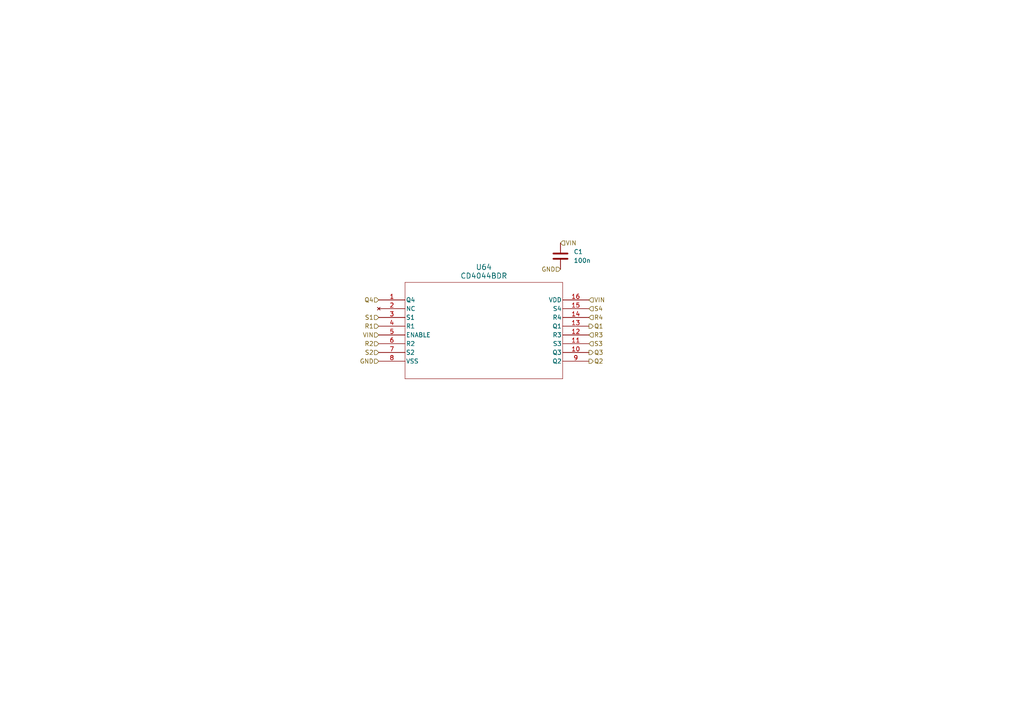
<source format=kicad_sch>
(kicad_sch (version 20231120) (generator "eeschema") (generator_version "8.0")
  (paper "A4")
  (lib_symbols
    (symbol "Device:C" (pin_numbers hide) (pin_names (offset 0.254))
      (property "Reference" "C" (at 0.635 2.54 0))
      (property "Value" "C" (at 0.635 -2.54 0))
      (symbol "C_0_1"
        (polyline (pts (xy -2.032 -0.762) (xy 2.032 -0.762)) (stroke (width 0.508)))
        (polyline (pts (xy -2.032 0.762) (xy 2.032 0.762)) (stroke (width 0.508)))
      )
      (symbol "C_1_1"
        (pin passive line (at 0 3.81 270) (length 2.794) (name "~") (number "1"))
        (pin passive line (at 0 -3.81 90) (length 2.794) (name "~") (number "2"))
      )
    )
    (symbol "Project:CD4044BDR" (pin_names (offset 0.254))
      (property "Reference" "U" (at 30.48 10.16 0))
      (property "Value" "CD4044BDR" (at 30.48 7.62 0))
      (symbol "CD4044BDR_0_1"
        (polyline (pts (xy 7.62 -22.86) (xy 53.34 -22.86)) (stroke (width 0.127)))
        (polyline (pts (xy 7.62 5.08) (xy 7.62 -22.86)) (stroke (width 0.127)))
        (polyline (pts (xy 53.34 -22.86) (xy 53.34 5.08)) (stroke (width 0.127)))
        (polyline (pts (xy 53.34 5.08) (xy 7.62 5.08)) (stroke (width 0.127)))
        (pin power_in line (at 60.96 0 180) (length 7.62) (name "VDD") (number "16"))
        (pin no_connect line (at 0 -2.54 0) (length 7.62) (name "NC") (number "2"))
      )
      (symbol "CD4044BDR_1_1"
        (pin output line (at 0 0 0) (length 7.62) (name "Q4") (number "1"))
        (pin output line (at 60.96 -15.24 180) (length 7.62) (name "Q3") (number "10"))
        (pin input line (at 60.96 -12.7 180) (length 7.62) (name "S3") (number "11"))
        (pin input line (at 60.96 -10.16 180) (length 7.62) (name "R3") (number "12"))
        (pin output line (at 60.96 -7.62 180) (length 7.62) (name "Q1") (number "13"))
        (pin input line (at 60.96 -5.08 180) (length 7.62) (name "R4") (number "14"))
        (pin input line (at 60.96 -2.54 180) (length 7.62) (name "S4") (number "15"))
        (pin input line (at 0 -5.08 0) (length 7.62) (name "S1") (number "3"))
        (pin input line (at 0 -7.62 0) (length 7.62) (name "R1") (number "4"))
        (pin input line (at 0 -10.16 0) (length 7.62) (name "ENABLE") (number "5"))
        (pin input line (at 0 -12.7 0) (length 7.62) (name "R2") (number "6"))
        (pin input line (at 0 -15.24 0) (length 7.62) (name "S2") (number "7"))
        (pin power_in line (at 0 -17.78 0) (length 7.62) (name "VSS") (number "8"))
        (pin output line (at 60.96 -17.78 180) (length 7.62) (name "Q2") (number "9"))
      )
    )
  )
  (hierarchical_label "R1" (shape input) (at 109.855 94.615 180))
  (hierarchical_label "VIN" (shape input) (at 109.855 97.155 180))
  (hierarchical_label "Q2" (shape output) (at 170.815 104.775 0))
  (hierarchical_label "S2" (shape input) (at 109.855 102.235 180))
  (hierarchical_label "GND" (shape input) (at 109.855 104.775 180))
  (hierarchical_label "Q4" (shape input) (at 109.855 86.995 180))
  (hierarchical_label "GND" (shape input) (at 162.56 78.105 180))
  (hierarchical_label "R3" (shape input) (at 170.815 97.155 0))
  (hierarchical_label "R4" (shape input) (at 170.815 92.075 0))
  (hierarchical_label "S3" (shape input) (at 170.815 99.695 0))
  (hierarchical_label "R2" (shape input) (at 109.855 99.695 180))
  (hierarchical_label "Q1" (shape output) (at 170.815 94.615 0))
  (hierarchical_label "Q3" (shape output) (at 170.815 102.235 0))
  (hierarchical_label "S1" (shape input) (at 109.855 92.075 180))
  (hierarchical_label "S4" (shape input) (at 170.815 89.535 0))
  (hierarchical_label "VIN" (shape input) (at 162.56 70.485 0))
  (hierarchical_label "VIN" (shape input) (at 170.815 86.995 0))
  (symbol (lib_id "Project:CD4044BDR") (at 109.855 86.995 0) (unit 1)
    (property "Reference" "U64" (at 140.335 77.47 0) (effects (font (size 1.524 1.524))))
    (property "Value" "CD4044BDR" (at 140.335 80.01 0) (effects (font (size 1.524 1.524))))
    (property "Footprint" "Package_SO:SOIC-16_3.9x9.9mm_P1.27mm" (effects (hide yes)))
    (property "Datasheet" "CD4044BDR" (effects (hide yes)))
  )
  (symbol (lib_id "Device:C") (at 162.56 74.295 0) (unit 1)
    (property "Reference" "C1" (at 166.37 73.0249 0) (effects (justify left)))
    (property "Value" "100n" (at 166.37 75.5649 0) (effects (justify left)))
    (property "Footprint" "Capacitor_SMD:C_0402_1005Metric_Pad0.74x0.62mm_HandSolder" (effects (hide yes)))
    (property "Description" "Unpolarized capacitor" (effects (hide yes)))
  )
)
</source>
